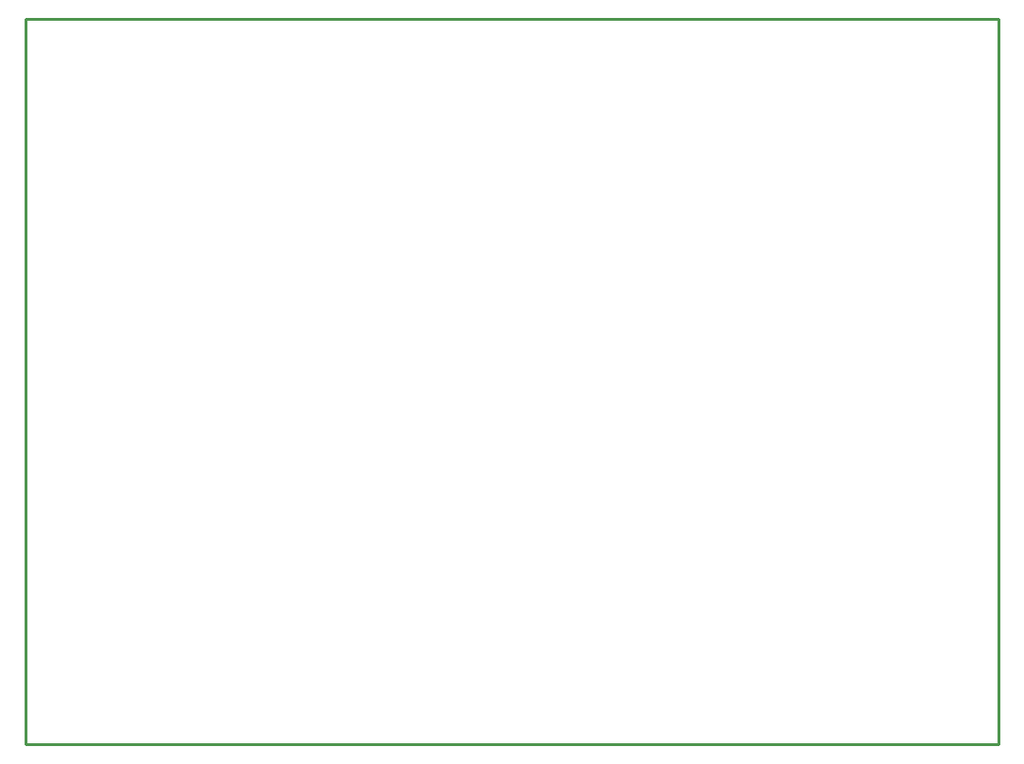
<source format=gbr>
%TF.GenerationSoftware,Altium Limited,Altium Designer,19.1.8 (144)*%
G04 Layer_Color=16711935*
%FSLAX26Y26*%
%MOIN*%
%TF.FileFunction,Other,Mechanical_1*%
%TF.Part,Single*%
G01*
G75*
%TA.AperFunction,NonConductor*%
%ADD27C,0.010000*%
D27*
X0Y0D02*
X3430000D01*
Y2560000D01*
X0D02*
X3430000D01*
X0Y0D02*
Y2560000D01*
%TF.MD5,d126b0c6e8f484ac77f36025be27844c*%
M02*

</source>
